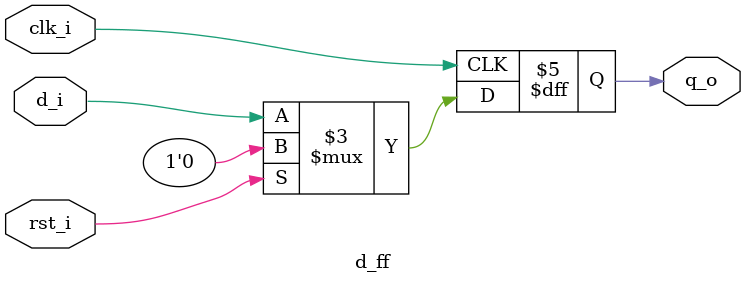
<source format=sv>

module d_ff(
  input        clk_i, // Clcok
  input        rst_i, // Synchronous Active High Reset
  input        d_i  , // Input
  output logic q_o    // Output
);
  
  always@(posedge clk_i)begin
    if(rst_i)begin
	  q_o <= 1'b0;
	end else begin
	  q_o <= d_i;
	end
  end
  
endmodule

</source>
